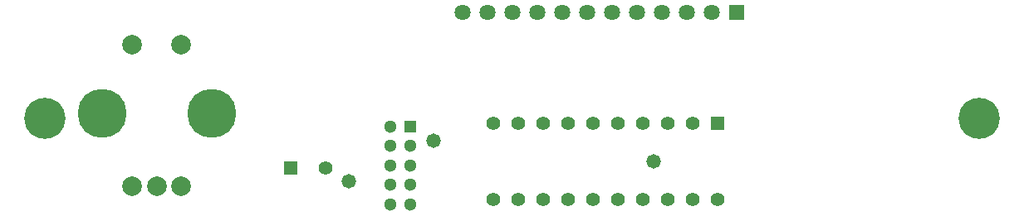
<source format=gbr>
G04*
G04 #@! TF.GenerationSoftware,Altium Limited,Altium Designer,24.4.1 (13)*
G04*
G04 Layer_Color=16711935*
%FSLAX25Y25*%
%MOIN*%
G70*
G04*
G04 #@! TF.SameCoordinates,3EC07A87-705D-4AB8-BE85-6466009946D1*
G04*
G04*
G04 #@! TF.FilePolarity,Negative*
G04*
G01*
G75*
%ADD16C,0.06410*%
%ADD17R,0.06410X0.06410*%
%ADD18C,0.07887*%
%ADD19C,0.19698*%
%ADD20C,0.05524*%
%ADD21R,0.05524X0.05524*%
%ADD22C,0.05485*%
%ADD23R,0.05485X0.05485*%
%ADD24C,0.05118*%
%ADD25R,0.05118X0.05118*%
%ADD26C,0.05800*%
%ADD27C,0.16548*%
D16*
X345000Y435000D02*
D03*
X435000D02*
D03*
X445000D02*
D03*
X415000D02*
D03*
X425000D02*
D03*
X405000D02*
D03*
X395000D02*
D03*
X355000D02*
D03*
X385000D02*
D03*
X375000D02*
D03*
X365000D02*
D03*
D17*
X455000D02*
D03*
D18*
X232185Y365000D02*
D03*
X212500D02*
D03*
X222343D02*
D03*
X232185Y422087D02*
D03*
X212500D02*
D03*
D19*
X200295Y394528D02*
D03*
X244390D02*
D03*
D20*
X290000Y372500D02*
D03*
D21*
X276220D02*
D03*
D22*
X447500Y359685D02*
D03*
X437500D02*
D03*
X427500D02*
D03*
X417500D02*
D03*
X407500D02*
D03*
X397500D02*
D03*
X387500D02*
D03*
X377500D02*
D03*
X367500D02*
D03*
X357500D02*
D03*
Y390315D02*
D03*
X367500D02*
D03*
X377500D02*
D03*
X387500D02*
D03*
X397500D02*
D03*
X407500D02*
D03*
X417500D02*
D03*
X427500D02*
D03*
X437500D02*
D03*
D23*
X447500D02*
D03*
D24*
X316063Y357752D02*
D03*
Y365626D02*
D03*
Y373500D02*
D03*
Y381374D02*
D03*
Y389248D02*
D03*
X323937Y357752D02*
D03*
Y365626D02*
D03*
Y373500D02*
D03*
Y381374D02*
D03*
D25*
Y389248D02*
D03*
D26*
X421900Y375100D02*
D03*
X333300Y383600D02*
D03*
X299500Y367100D02*
D03*
D27*
X177500Y392500D02*
D03*
X552500D02*
D03*
M02*

</source>
